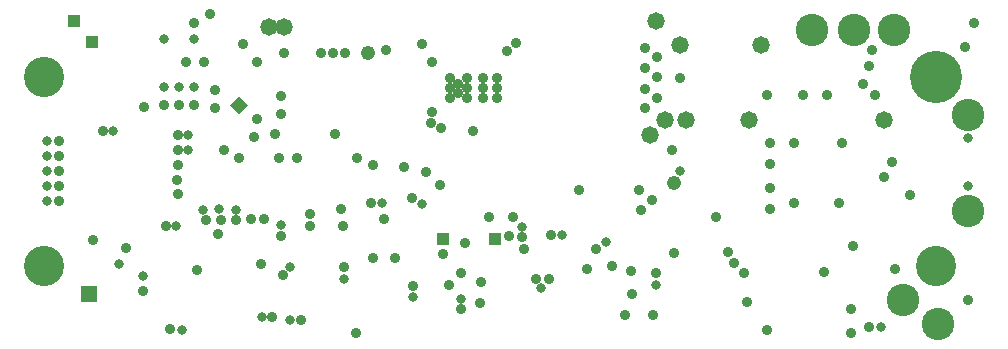
<source format=gbs>
G75*
G70*
%OFA0B0*%
%FSLAX24Y24*%
%IPPOS*%
%LPD*%
%AMOC8*
5,1,8,0,0,1.08239X$1,22.5*
%
%ADD10C,0.1340*%
%ADD11C,0.1080*%
%ADD12R,0.0437X0.0437*%
%ADD13R,0.0437X0.0437*%
%ADD14R,0.0580X0.0580*%
%ADD15C,0.1740*%
%ADD16C,0.0316*%
%ADD17C,0.0360*%
%ADD18C,0.0580*%
%ADD19C,0.0476*%
D10*
X021518Y043271D03*
X021518Y049570D03*
X051243Y049570D03*
X051243Y043271D03*
D11*
X050160Y042106D03*
X051310Y041306D03*
X052310Y045086D03*
X052310Y048286D03*
X049860Y051106D03*
X048510Y051106D03*
X047110Y051106D03*
D12*
X036560Y044156D03*
X034800Y044156D03*
X023110Y050706D03*
X022510Y051406D03*
D13*
G36*
X027702Y048606D02*
X028010Y048914D01*
X028318Y048606D01*
X028010Y048298D01*
X027702Y048606D01*
G37*
D14*
X023010Y042306D03*
D15*
X051240Y049566D03*
D16*
X026110Y041106D03*
X028790Y041566D03*
X029720Y041466D03*
X029710Y043206D03*
X029410Y044606D03*
X027910Y045136D03*
X027360Y045156D03*
X026830Y045126D03*
X025910Y044576D03*
X024810Y042906D03*
X024010Y043306D03*
X021610Y045406D03*
X021610Y045906D03*
X021610Y046406D03*
X021610Y046906D03*
X021610Y047406D03*
X023820Y047746D03*
X025510Y049206D03*
X026010Y049206D03*
X026510Y049206D03*
X026510Y050806D03*
X025510Y050806D03*
X026330Y047606D03*
X026330Y047106D03*
X031510Y042806D03*
X033810Y042206D03*
X035410Y042146D03*
X037460Y044546D03*
X038780Y044286D03*
X040260Y044066D03*
X041910Y042606D03*
X038090Y042516D03*
X034110Y045306D03*
X032770Y045346D03*
X042710Y046406D03*
X049410Y041206D03*
X052310Y045906D03*
X052310Y047506D03*
D17*
X050370Y045626D03*
X049510Y046206D03*
X049770Y046706D03*
X048110Y047356D03*
X046510Y047356D03*
X045710Y047356D03*
X045710Y046656D03*
X045710Y045856D03*
X045710Y045156D03*
X046510Y045356D03*
X048010Y045356D03*
X048480Y043906D03*
X047510Y043061D03*
X048430Y041806D03*
X048410Y041006D03*
X049010Y041206D03*
X049890Y043146D03*
X052310Y042106D03*
X045610Y041106D03*
X044950Y042056D03*
X044850Y043006D03*
X044510Y043356D03*
X044310Y043726D03*
X043910Y044886D03*
X042530Y043686D03*
X041910Y043006D03*
X041090Y043086D03*
X040460Y043256D03*
X039900Y043806D03*
X039610Y043156D03*
X038350Y042806D03*
X037910Y042806D03*
X037510Y043806D03*
X037460Y044206D03*
X037010Y044256D03*
X037160Y044896D03*
X036360Y044896D03*
X035560Y044006D03*
X034810Y043656D03*
X035410Y043006D03*
X035010Y042606D03*
X035410Y041806D03*
X036060Y042006D03*
X036070Y042706D03*
X033810Y042586D03*
X033210Y043506D03*
X032470Y043506D03*
X031510Y043206D03*
X031470Y044586D03*
X031410Y045156D03*
X032410Y045346D03*
X032860Y044806D03*
X033770Y045506D03*
X034260Y046396D03*
X034710Y045956D03*
X033510Y046556D03*
X032470Y046606D03*
X031960Y046856D03*
X031210Y047656D03*
X029960Y046856D03*
X029360Y046856D03*
X029210Y047656D03*
X029410Y048306D03*
X029410Y048906D03*
X028610Y048156D03*
X028510Y047556D03*
X028010Y046846D03*
X027510Y047136D03*
X025990Y047106D03*
X025990Y046626D03*
X025960Y046106D03*
X025970Y045646D03*
X025570Y044586D03*
X026910Y044796D03*
X027410Y044796D03*
X027310Y044306D03*
X027910Y044796D03*
X028410Y044806D03*
X028850Y044806D03*
X029410Y044256D03*
X030390Y044586D03*
X030390Y044986D03*
X029470Y042966D03*
X028760Y043306D03*
X026610Y043106D03*
X024810Y042406D03*
X025710Y041156D03*
X024260Y043856D03*
X023160Y044106D03*
X022010Y045406D03*
X022010Y045906D03*
X022010Y046406D03*
X022010Y046906D03*
X022010Y047406D03*
X023470Y047746D03*
X024860Y048556D03*
X025510Y048606D03*
X026010Y048606D03*
X026510Y048606D03*
X027200Y048526D03*
X027210Y049106D03*
X026860Y050056D03*
X026260Y050056D03*
X026510Y051356D03*
X027060Y051656D03*
X028160Y050656D03*
X028610Y050056D03*
X029510Y050356D03*
X030760Y050356D03*
X031160Y050356D03*
X031560Y050356D03*
X032910Y050446D03*
X034110Y050656D03*
X034460Y050056D03*
X035060Y049506D03*
X035330Y049336D03*
X035060Y049186D03*
X035330Y049006D03*
X035060Y048856D03*
X035610Y048856D03*
X035610Y049186D03*
X035610Y049506D03*
X036160Y049506D03*
X036160Y049186D03*
X036160Y048856D03*
X036610Y048856D03*
X036610Y049186D03*
X036610Y049506D03*
X036940Y050406D03*
X037250Y050676D03*
X034460Y048386D03*
X034410Y048006D03*
X034760Y047856D03*
X035830Y047756D03*
X039360Y045796D03*
X038430Y044286D03*
X041410Y045106D03*
X041790Y045456D03*
X041360Y045796D03*
X042460Y047106D03*
X041560Y048506D03*
X041960Y048856D03*
X041560Y049156D03*
X041960Y049556D03*
X041560Y049856D03*
X041960Y050206D03*
X041560Y050506D03*
X042710Y049506D03*
X045610Y048956D03*
X046810Y048956D03*
X047610Y048956D03*
X048810Y049306D03*
X049210Y048956D03*
X049010Y049906D03*
X049110Y050456D03*
X052210Y050556D03*
X052510Y051356D03*
X041110Y042306D03*
X040870Y041606D03*
X041810Y041606D03*
X031900Y041016D03*
X030090Y041466D03*
X029130Y041566D03*
X025990Y047606D03*
D18*
X029010Y051216D03*
X029510Y051206D03*
X041910Y051406D03*
X042710Y050606D03*
X042910Y048106D03*
X042210Y048106D03*
X041710Y047606D03*
X045010Y048106D03*
X045410Y050606D03*
X049510Y048106D03*
D19*
X042510Y046006D03*
X032310Y050356D03*
M02*

</source>
